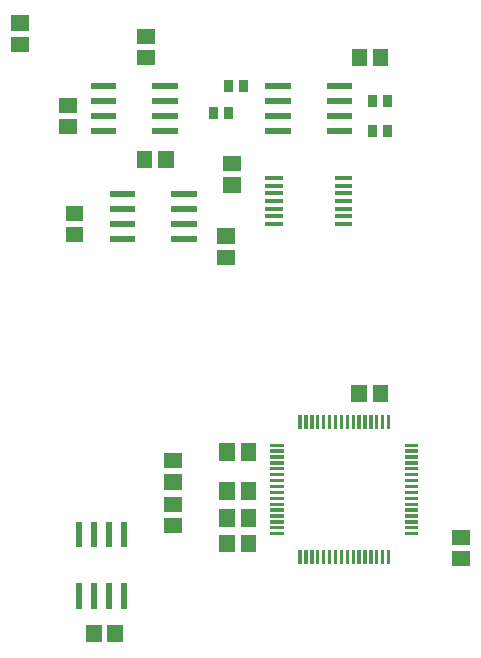
<source format=gbr>
G04 start of page 9 for group -4015 idx -4015 *
G04 Title: (unknown), toppaste *
G04 Creator: pcb 20140316 *
G04 CreationDate: Tue 10 Mar 2015 16:42:44 GMT UTC *
G04 For: db9052 *
G04 Format: Gerber/RS-274X *
G04 PCB-Dimensions (mil): 2150.00 2800.00 *
G04 PCB-Coordinate-Origin: lower left *
%MOIN*%
%FSLAX25Y25*%
%LNTOPPASTE*%
%ADD54R,0.0295X0.0295*%
%ADD53R,0.0110X0.0110*%
%ADD52R,0.0512X0.0512*%
%ADD51R,0.0130X0.0130*%
%ADD50R,0.0200X0.0200*%
G54D50*X58750Y180000D02*X65250D01*
X58750Y175000D02*X65250D01*
X58750Y170000D02*X65250D01*
X58750Y165000D02*X65250D01*
X79250D02*X85750D01*
X79250Y170000D02*X85750D01*
X79250Y175000D02*X85750D01*
X79250Y180000D02*X85750D01*
X52500Y216000D02*X59000D01*
X52500Y211000D02*X59000D01*
X52500Y206000D02*X59000D01*
X52500Y201000D02*X59000D01*
X73000D02*X79500D01*
X73000Y206000D02*X79500D01*
X73000Y211000D02*X79500D01*
X73000Y216000D02*X79500D01*
X47500Y49250D02*Y42750D01*
X52500Y49250D02*Y42750D01*
X57500Y49250D02*Y42750D01*
X62500Y49250D02*Y42750D01*
Y69750D02*Y63250D01*
X57500Y69750D02*Y63250D01*
X52500Y69750D02*Y63250D01*
X47500Y69750D02*Y63250D01*
G54D51*X110197Y185354D02*X114803D01*
X110197Y182795D02*X114803D01*
X110197Y180236D02*X114803D01*
X110197Y177677D02*X114803D01*
X110197Y175118D02*X114803D01*
X110197Y172559D02*X114803D01*
X110197Y170000D02*X114803D01*
X133425D02*X138031D01*
X133425Y172559D02*X138031D01*
X133425Y175118D02*X138031D01*
X133425Y177677D02*X138031D01*
X133425Y180236D02*X138031D01*
X133425Y182795D02*X138031D01*
X133425Y185354D02*X138031D01*
G54D52*X174607Y65586D02*X175393D01*
X174607Y58500D02*X175393D01*
G54D53*X156736Y66737D02*X160134D01*
X156736Y68705D02*X160134D01*
X156736Y70674D02*X160134D01*
X156736Y72642D02*X160134D01*
X156736Y74611D02*X160134D01*
X156736Y76579D02*X160134D01*
X156736Y78548D02*X160134D01*
X156736Y80516D02*X160134D01*
X156736Y82485D02*X160134D01*
X156736Y84453D02*X160134D01*
X156736Y86422D02*X160134D01*
X156736Y88390D02*X160134D01*
X156736Y90359D02*X160134D01*
X156736Y92327D02*X160134D01*
X156736Y94296D02*X160134D01*
X156736Y96264D02*X160134D01*
X150763Y105634D02*Y102236D01*
X148795Y105634D02*Y102236D01*
X146826Y105634D02*Y102236D01*
X144858Y105634D02*Y102236D01*
X142889Y105634D02*Y102236D01*
X140921Y105634D02*Y102236D01*
X138952Y105634D02*Y102236D01*
X136984Y105634D02*Y102236D01*
X135015Y105634D02*Y102236D01*
X133047Y105634D02*Y102236D01*
X131078Y105634D02*Y102236D01*
X129110Y105634D02*Y102236D01*
X127141Y105634D02*Y102236D01*
X125173Y105634D02*Y102236D01*
X123204Y105634D02*Y102236D01*
X121236Y105634D02*Y102236D01*
X111866Y96263D02*X115264D01*
X111866Y94295D02*X115264D01*
X111866Y92326D02*X115264D01*
X111866Y90358D02*X115264D01*
X111866Y88389D02*X115264D01*
X111866Y86421D02*X115264D01*
X111866Y84452D02*X115264D01*
X111866Y82484D02*X115264D01*
X111866Y80515D02*X115264D01*
X111866Y78547D02*X115264D01*
X111866Y76578D02*X115264D01*
X111866Y74610D02*X115264D01*
X111866Y72641D02*X115264D01*
X111866Y70673D02*X115264D01*
X111866Y68704D02*X115264D01*
X111866Y66736D02*X115264D01*
X121237Y60764D02*Y57366D01*
X123205Y60764D02*Y57366D01*
X125174Y60764D02*Y57366D01*
X127142Y60764D02*Y57366D01*
X129111Y60764D02*Y57366D01*
X131079Y60764D02*Y57366D01*
X133048Y60764D02*Y57366D01*
X135016Y60764D02*Y57366D01*
X136985Y60764D02*Y57366D01*
X138953Y60764D02*Y57366D01*
X140922Y60764D02*Y57366D01*
X142890Y60764D02*Y57366D01*
X144859Y60764D02*Y57366D01*
X146827Y60764D02*Y57366D01*
X148796Y60764D02*Y57366D01*
X150764Y60764D02*Y57366D01*
G54D52*X104000Y81393D02*Y80607D01*
X96914Y81393D02*Y80607D01*
X104000Y72393D02*Y71607D01*
X96914Y72393D02*Y71607D01*
X104000Y94393D02*Y93607D01*
X96914Y94393D02*Y93607D01*
X78607Y91086D02*X79393D01*
X78607Y84000D02*X79393D01*
X104000Y63893D02*Y63107D01*
X96914Y63893D02*Y63107D01*
X78607Y69414D02*X79393D01*
X78607Y76500D02*X79393D01*
X59586Y33893D02*Y33107D01*
X52500Y33893D02*Y33107D01*
X148000Y113893D02*Y113107D01*
X140914Y113893D02*Y113107D01*
X69414Y191893D02*Y191107D01*
X76500Y191893D02*Y191107D01*
X43607Y209543D02*X44393D01*
X43607Y202457D02*X44393D01*
X69607Y225414D02*X70393D01*
X69607Y232500D02*X70393D01*
X96107Y158914D02*X96893D01*
X96107Y166000D02*X96893D01*
X45650Y166457D02*X46436D01*
X45650Y173543D02*X46436D01*
X98107Y183000D02*X98893D01*
X98107Y190086D02*X98893D01*
X27607Y229914D02*X28393D01*
X27607Y237000D02*X28393D01*
G54D54*X150441Y201492D02*Y200508D01*
X145323Y201492D02*Y200508D01*
X145264Y211492D02*Y210508D01*
X150382Y211492D02*Y210508D01*
X97382Y216492D02*Y215508D01*
X102500Y216492D02*Y215508D01*
X92264Y207492D02*Y206508D01*
X97382Y207492D02*Y206508D01*
G54D50*X110632Y216000D02*X117132D01*
X110632Y211000D02*X117132D01*
X110632Y206000D02*X117132D01*
X110632Y201000D02*X117132D01*
X131132D02*X137632D01*
X131132Y206000D02*X137632D01*
X131132Y211000D02*X137632D01*
X131132Y216000D02*X137632D01*
G54D52*X140957Y225893D02*Y225107D01*
X148043Y225893D02*Y225107D01*
M02*

</source>
